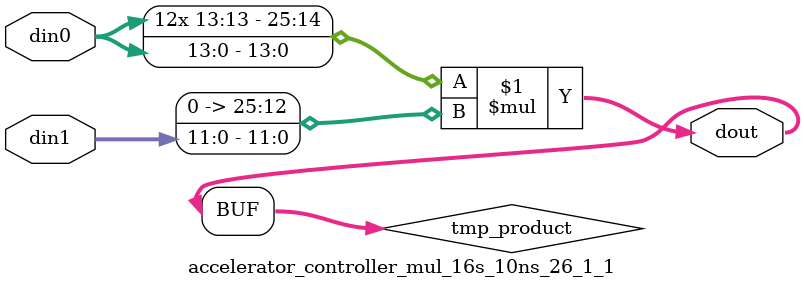
<source format=v>

`timescale 1 ns / 1 ps

 module accelerator_controller_mul_16s_10ns_26_1_1(din0, din1, dout);
parameter ID = 1;
parameter NUM_STAGE = 0;
parameter din0_WIDTH = 14;
parameter din1_WIDTH = 12;
parameter dout_WIDTH = 26;

input [din0_WIDTH - 1 : 0] din0; 
input [din1_WIDTH - 1 : 0] din1; 
output [dout_WIDTH - 1 : 0] dout;

wire signed [dout_WIDTH - 1 : 0] tmp_product;


























assign tmp_product = $signed(din0) * $signed({1'b0, din1});









assign dout = tmp_product;





















endmodule

</source>
